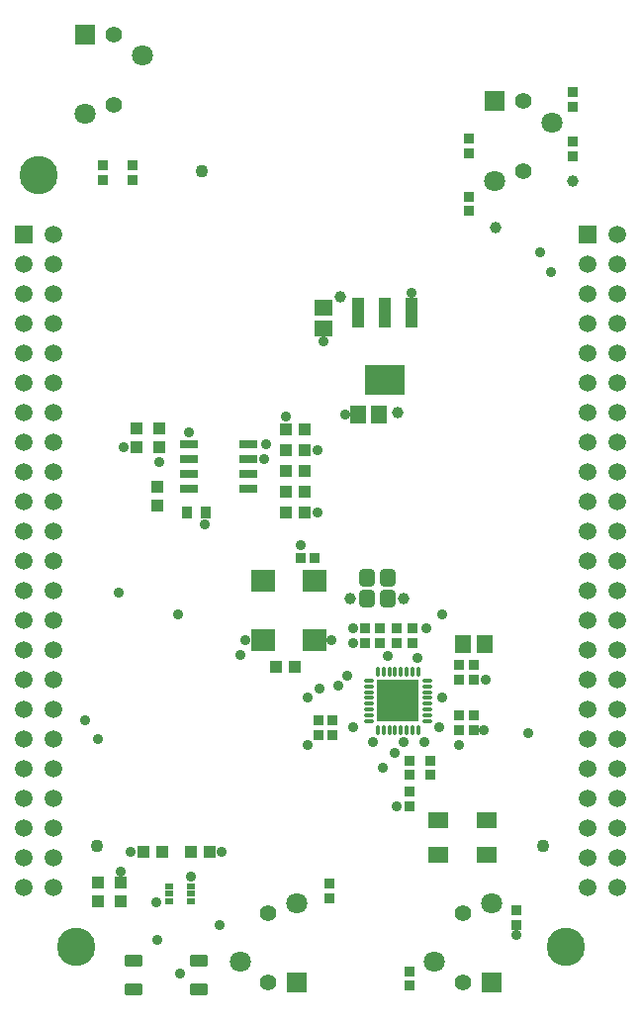
<source format=gts>
%FSLAX43Y43*%
%MOMM*%
G71*
G01*
G75*
G04 Layer_Color=8388736*
%ADD10C,1.000*%
%ADD11R,1.000X0.900*%
%ADD12R,0.900X1.000*%
%ADD13R,1.300X1.400*%
G04:AMPARAMS|DCode=14|XSize=1mm|YSize=1.5mm|CornerRadius=0.25mm|HoleSize=0mm|Usage=FLASHONLY|Rotation=90.000|XOffset=0mm|YOffset=0mm|HoleType=Round|Shape=RoundedRectangle|*
%AMROUNDEDRECTD14*
21,1,1.000,1.000,0,0,90.0*
21,1,0.500,1.500,0,0,90.0*
1,1,0.500,0.500,0.250*
1,1,0.500,0.500,-0.250*
1,1,0.500,-0.500,-0.250*
1,1,0.500,-0.500,0.250*
%
%ADD14ROUNDEDRECTD14*%
%ADD15R,0.800X0.800*%
G04:AMPARAMS|DCode=16|XSize=1.45mm|YSize=1.25mm|CornerRadius=0.313mm|HoleSize=0mm|Usage=FLASHONLY|Rotation=90.000|XOffset=0mm|YOffset=0mm|HoleType=Round|Shape=RoundedRectangle|*
%AMROUNDEDRECTD16*
21,1,1.450,0.625,0,0,90.0*
21,1,0.825,1.250,0,0,90.0*
1,1,0.625,0.313,0.412*
1,1,0.625,0.313,-0.412*
1,1,0.625,-0.313,-0.412*
1,1,0.625,-0.313,0.412*
%
%ADD16ROUNDEDRECTD16*%
%ADD17R,1.500X0.600*%
%ADD18R,0.813X0.914*%
%ADD19R,0.650X0.400*%
%ADD20R,0.800X0.800*%
%ADD21R,1.400X1.300*%
%ADD22R,3.300X2.400*%
%ADD23R,0.950X2.400*%
%ADD24O,0.800X0.250*%
%ADD25O,0.250X0.800*%
%ADD26R,3.450X3.450*%
%ADD27R,1.700X1.250*%
%ADD28R,2.000X1.800*%
%ADD29C,0.254*%
%ADD30C,0.500*%
%ADD31C,0.889*%
%ADD32C,1.270*%
%ADD33C,0.635*%
%ADD34C,0.300*%
%ADD35C,0.381*%
%ADD36R,1.700X1.700*%
%ADD37C,1.700*%
%ADD38C,1.300*%
%ADD39C,1.420*%
%ADD40R,1.420X1.420*%
%ADD41C,3.175*%
%ADD42C,0.800*%
%ADD43C,0.900*%
%ADD44C,0.200*%
%ADD45C,0.250*%
%ADD46C,0.600*%
%ADD47C,0.400*%
%ADD48C,0.100*%
%ADD49C,0.127*%
%ADD50C,3.000*%
%ADD51C,1.100*%
%ADD52R,1.100X1.000*%
%ADD53R,1.000X1.100*%
%ADD54R,1.400X1.500*%
G04:AMPARAMS|DCode=55|XSize=1.1mm|YSize=1.6mm|CornerRadius=0.3mm|HoleSize=0mm|Usage=FLASHONLY|Rotation=90.000|XOffset=0mm|YOffset=0mm|HoleType=Round|Shape=RoundedRectangle|*
%AMROUNDEDRECTD55*
21,1,1.100,1.000,0,0,90.0*
21,1,0.500,1.600,0,0,90.0*
1,1,0.600,0.500,0.250*
1,1,0.600,0.500,-0.250*
1,1,0.600,-0.500,-0.250*
1,1,0.600,-0.500,0.250*
%
%ADD55ROUNDEDRECTD55*%
%ADD56R,0.900X0.900*%
G04:AMPARAMS|DCode=57|XSize=1.55mm|YSize=1.35mm|CornerRadius=0.362mm|HoleSize=0mm|Usage=FLASHONLY|Rotation=90.000|XOffset=0mm|YOffset=0mm|HoleType=Round|Shape=RoundedRectangle|*
%AMROUNDEDRECTD57*
21,1,1.550,0.625,0,0,90.0*
21,1,0.825,1.350,0,0,90.0*
1,1,0.725,0.313,0.412*
1,1,0.725,0.313,-0.412*
1,1,0.725,-0.313,-0.412*
1,1,0.725,-0.313,0.412*
%
%ADD57ROUNDEDRECTD57*%
%ADD58R,1.600X0.700*%
%ADD59R,0.913X1.014*%
%ADD60R,0.750X0.500*%
%ADD61R,0.900X0.900*%
%ADD62R,1.500X1.400*%
%ADD63R,3.400X2.500*%
%ADD64R,1.050X2.500*%
%ADD65O,0.900X0.350*%
%ADD66O,0.350X0.900*%
%ADD67R,3.550X3.550*%
%ADD68R,1.800X1.350*%
%ADD69R,2.100X1.900*%
%ADD70R,1.800X1.800*%
%ADD71C,1.800*%
%ADD72C,1.400*%
%ADD73C,1.520*%
%ADD74R,1.520X1.520*%
%ADD75C,3.275*%
D10*
X89154Y111760D02*
D03*
X85090Y95885D02*
D03*
X89662D02*
D03*
X84201Y121666D02*
D03*
X97536Y127635D02*
D03*
X104140Y131572D02*
D03*
D43*
X65278Y96393D02*
D03*
X75692Y91059D02*
D03*
X63500Y83820D02*
D03*
X70485Y63754D02*
D03*
X68580Y66675D02*
D03*
X81407Y83312D02*
D03*
X102235Y123825D02*
D03*
X101346Y125476D02*
D03*
X92964Y94488D02*
D03*
X96647Y88900D02*
D03*
X96520Y84582D02*
D03*
X66294Y74168D02*
D03*
X100330Y84328D02*
D03*
X94361Y83312D02*
D03*
X73914Y67945D02*
D03*
X81407Y87376D02*
D03*
X88265Y90932D02*
D03*
X85344Y92075D02*
D03*
X82296Y108585D02*
D03*
X83439Y92329D02*
D03*
X87884Y81407D02*
D03*
X88900Y82677D02*
D03*
X91547Y93325D02*
D03*
X85344Y93345D02*
D03*
X62357Y85471D02*
D03*
X86995Y83566D02*
D03*
X85344Y84836D02*
D03*
X72644Y102235D02*
D03*
X70358Y94488D02*
D03*
X68707Y107569D02*
D03*
X84074Y88392D02*
D03*
X82423Y88138D02*
D03*
X79591Y111468D02*
D03*
X77724Y107823D02*
D03*
X84836Y89281D02*
D03*
X65659Y108839D02*
D03*
X71237Y110099D02*
D03*
X92960Y87372D02*
D03*
X92710Y84836D02*
D03*
X91440Y83566D02*
D03*
X89662D02*
D03*
X90297Y122009D02*
D03*
X82804Y117883D02*
D03*
X90805Y90805D02*
D03*
X65405Y72517D02*
D03*
X74041Y74168D02*
D03*
X71435Y72070D02*
D03*
X68453Y69850D02*
D03*
X84609Y111633D02*
D03*
X80792Y100419D02*
D03*
X99314Y67056D02*
D03*
X89065Y78105D02*
D03*
X82296Y103251D02*
D03*
X77851Y109093D02*
D03*
X76073Y92329D02*
D03*
D51*
X101600Y74676D02*
D03*
X63373D02*
D03*
X72390Y132461D02*
D03*
D52*
X68707Y110401D02*
D03*
Y108801D02*
D03*
X63500Y71539D02*
D03*
Y69939D02*
D03*
X65405Y71539D02*
D03*
Y69939D02*
D03*
X66802Y110401D02*
D03*
Y108801D02*
D03*
X68580Y103848D02*
D03*
Y105448D02*
D03*
D53*
X81191Y106807D02*
D03*
X79591D02*
D03*
X78702Y90043D02*
D03*
X80302D02*
D03*
X71463Y74168D02*
D03*
X73063D02*
D03*
X81191Y105029D02*
D03*
X79591D02*
D03*
X81191Y110363D02*
D03*
X79591D02*
D03*
Y103251D02*
D03*
X81191D02*
D03*
X79591Y108585D02*
D03*
X81191D02*
D03*
X68999Y74168D02*
D03*
X67399D02*
D03*
D54*
X85714Y111633D02*
D03*
X87514D02*
D03*
X96531Y91948D02*
D03*
X94731D02*
D03*
D55*
X72136Y64897D02*
D03*
Y62397D02*
D03*
X66548Y64897D02*
D03*
Y62397D02*
D03*
D56*
X90170Y62738D02*
D03*
Y63988D02*
D03*
X99314Y67945D02*
D03*
Y69195D02*
D03*
X95250Y135255D02*
D03*
Y134005D02*
D03*
X104140Y139192D02*
D03*
Y137942D02*
D03*
X86360Y92075D02*
D03*
Y93325D02*
D03*
X87630Y92075D02*
D03*
Y93325D02*
D03*
X104140Y133731D02*
D03*
Y134981D02*
D03*
X95250Y129032D02*
D03*
Y130282D02*
D03*
X89027Y92075D02*
D03*
Y93325D02*
D03*
X90424Y92075D02*
D03*
Y93325D02*
D03*
X90170Y78105D02*
D03*
Y79355D02*
D03*
Y80772D02*
D03*
Y82022D02*
D03*
X83312Y70231D02*
D03*
Y71481D02*
D03*
X66421Y132969D02*
D03*
Y131719D02*
D03*
X91948Y80772D02*
D03*
Y82022D02*
D03*
X63881Y132969D02*
D03*
Y131719D02*
D03*
D57*
X86501Y97663D02*
D03*
X88251D02*
D03*
X86501Y95885D02*
D03*
X88251D02*
D03*
D58*
X76337Y105283D02*
D03*
Y106553D02*
D03*
Y107823D02*
D03*
Y109093D02*
D03*
X71237Y105283D02*
D03*
Y106553D02*
D03*
Y107823D02*
D03*
Y109093D02*
D03*
D59*
X71095Y103251D02*
D03*
X72669D02*
D03*
D60*
X71435Y71262D02*
D03*
Y70612D02*
D03*
Y69962D02*
D03*
X69535D02*
D03*
Y70612D02*
D03*
Y71262D02*
D03*
D61*
X94361Y84582D02*
D03*
X95611D02*
D03*
X94361Y85852D02*
D03*
X95611D02*
D03*
X94381Y88900D02*
D03*
X95631D02*
D03*
X94381Y90170D02*
D03*
X95631D02*
D03*
X83566Y85471D02*
D03*
X82316D02*
D03*
X83566Y84201D02*
D03*
X82316D02*
D03*
X82042Y99314D02*
D03*
X80792D02*
D03*
D62*
X82804Y118988D02*
D03*
Y120788D02*
D03*
D63*
X88011Y114575D02*
D03*
D64*
X85711Y120375D02*
D03*
X88011D02*
D03*
X90311D02*
D03*
D65*
X86654Y88872D02*
D03*
Y88372D02*
D03*
Y87872D02*
D03*
Y87372D02*
D03*
Y86872D02*
D03*
Y86372D02*
D03*
Y85872D02*
D03*
Y85372D02*
D03*
X91654D02*
D03*
Y85872D02*
D03*
Y86372D02*
D03*
Y86872D02*
D03*
Y87372D02*
D03*
Y87872D02*
D03*
Y88372D02*
D03*
Y88872D02*
D03*
D66*
X87404Y84622D02*
D03*
X87904D02*
D03*
X88404D02*
D03*
X88904D02*
D03*
X89404D02*
D03*
X89904D02*
D03*
X90404D02*
D03*
X90904D02*
D03*
Y89622D02*
D03*
X90404D02*
D03*
X89904D02*
D03*
X89404D02*
D03*
X88904D02*
D03*
X88404D02*
D03*
X87904D02*
D03*
X87404D02*
D03*
D67*
X89154Y87122D02*
D03*
D68*
X92583Y73963D02*
D03*
Y76913D02*
D03*
X96774Y73963D02*
D03*
Y76913D02*
D03*
D69*
X77597Y97409D02*
D03*
Y92329D02*
D03*
X81997D02*
D03*
Y97409D02*
D03*
D70*
X80518Y62992D02*
D03*
X62357Y144145D02*
D03*
X97155Y62992D02*
D03*
X97409Y138430D02*
D03*
D71*
X75618Y64792D02*
D03*
X80518Y69792D02*
D03*
X67257Y142345D02*
D03*
X62357Y137345D02*
D03*
X92255Y64792D02*
D03*
X97155Y69792D02*
D03*
X102309Y136630D02*
D03*
X97409Y131630D02*
D03*
D72*
X78068Y68992D02*
D03*
Y62992D02*
D03*
X64807Y138145D02*
D03*
Y144145D02*
D03*
X94705Y68992D02*
D03*
Y62992D02*
D03*
X99859Y132430D02*
D03*
Y138430D02*
D03*
D73*
X59690Y71120D02*
D03*
Y73660D02*
D03*
Y76200D02*
D03*
Y78740D02*
D03*
Y81280D02*
D03*
Y83820D02*
D03*
Y86360D02*
D03*
Y88900D02*
D03*
Y91440D02*
D03*
Y93980D02*
D03*
Y96520D02*
D03*
Y99060D02*
D03*
Y101600D02*
D03*
Y104140D02*
D03*
Y106680D02*
D03*
Y109220D02*
D03*
Y111760D02*
D03*
Y114300D02*
D03*
Y116840D02*
D03*
Y119380D02*
D03*
Y121920D02*
D03*
Y124460D02*
D03*
Y127000D02*
D03*
X57150Y71120D02*
D03*
Y73660D02*
D03*
Y76200D02*
D03*
Y78740D02*
D03*
Y81280D02*
D03*
Y83820D02*
D03*
Y86360D02*
D03*
Y88900D02*
D03*
Y91440D02*
D03*
Y93980D02*
D03*
Y96520D02*
D03*
Y99060D02*
D03*
Y101600D02*
D03*
Y104140D02*
D03*
Y106680D02*
D03*
Y109220D02*
D03*
Y111760D02*
D03*
Y114300D02*
D03*
Y116840D02*
D03*
Y119380D02*
D03*
Y121920D02*
D03*
Y124460D02*
D03*
X107950Y71120D02*
D03*
Y73660D02*
D03*
Y76200D02*
D03*
Y78740D02*
D03*
Y81280D02*
D03*
Y83820D02*
D03*
Y86360D02*
D03*
Y88900D02*
D03*
Y91440D02*
D03*
Y93980D02*
D03*
Y96520D02*
D03*
Y99060D02*
D03*
Y101600D02*
D03*
Y104140D02*
D03*
Y106680D02*
D03*
Y109220D02*
D03*
Y111760D02*
D03*
Y114300D02*
D03*
Y116840D02*
D03*
Y119380D02*
D03*
Y121920D02*
D03*
Y124460D02*
D03*
Y127000D02*
D03*
X105410Y71120D02*
D03*
Y73660D02*
D03*
Y76200D02*
D03*
Y78740D02*
D03*
Y81280D02*
D03*
Y83820D02*
D03*
Y86360D02*
D03*
Y88900D02*
D03*
Y91440D02*
D03*
Y93980D02*
D03*
Y96520D02*
D03*
Y99060D02*
D03*
Y101600D02*
D03*
Y104140D02*
D03*
Y106680D02*
D03*
Y109220D02*
D03*
Y111760D02*
D03*
Y114300D02*
D03*
Y116840D02*
D03*
Y119380D02*
D03*
Y121920D02*
D03*
Y124460D02*
D03*
D74*
X57150Y127000D02*
D03*
X105410D02*
D03*
D75*
X103505Y66040D02*
D03*
X61595D02*
D03*
X58420Y132080D02*
D03*
M02*

</source>
